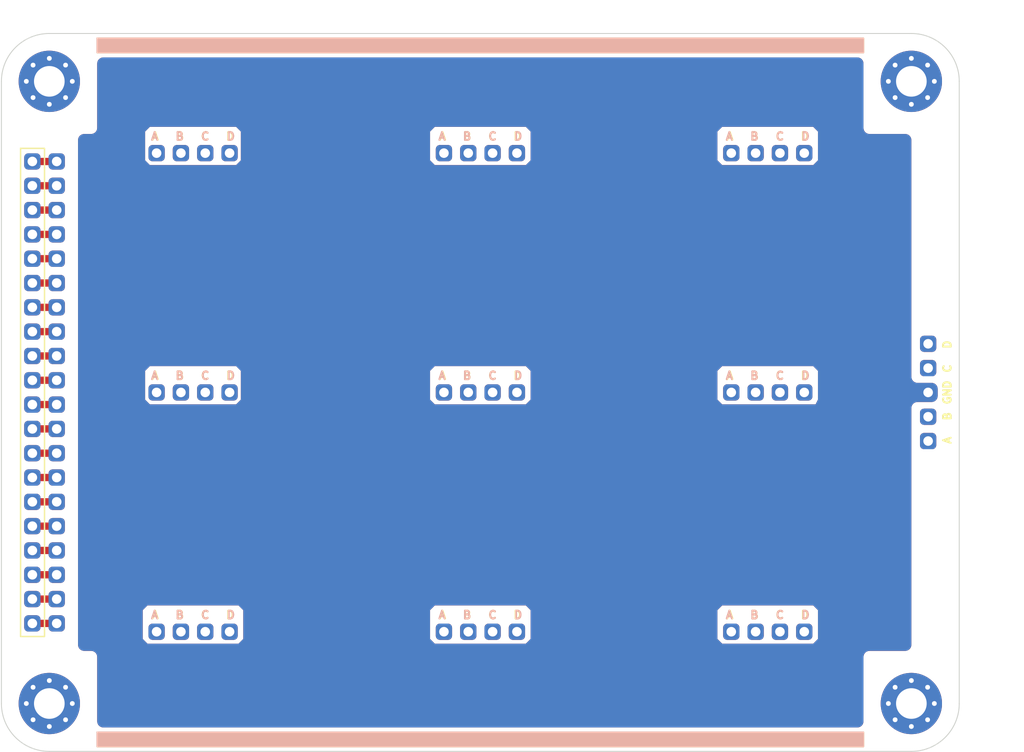
<source format=kicad_pcb>
(kicad_pcb (version 20211014) (generator pcbnew)
  (layers (0 "F.Cu" signal) (1 "In1.Cu" signal) (2 "In2.Cu" signal) (31 "B.Cu" signal) (34 "B.Paste" user) (35 "F.Paste" user) (36 "B.SilkS" user "B.Silkscreen") (37 "F.SilkS" user "F.Silkscreen") (38 "B.Mask" user) (39 "F.Mask" user) (44 "Edge.Cuts" user))
  (net 0 "")
  (net 1 "Net-(J8-Pad1)")
  (net 2 "Net-(J8-Pad2)")
  (net 3 "Net-(J8-Pad3)")
  (net 4 "Net-(J4-Pad4)")
  (net 5 "GND")
  (net 6 "Net-(J11-Pad1)")
  (net 7 "Net-(J11-Pad3)")
  (net 8 "Net-(J11-Pad5)")
  (net 9 "Net-(J11-Pad7)")
  (net 10 "Net-(J11-Pad10)")
  (net 11 "Net-(J11-Pad11)")
  (net 12 "Net-(J11-Pad13)")
  (net 13 "Net-(J11-Pad15)")
  (net 14 "Net-(J11-Pad17)")
  (net 15 "Net-(J11-Pad19)")
  (net 16 "Net-(J11-Pad21)")
  (net 17 "Net-(J11-Pad23)")
  (net 18 "Net-(J11-Pad25)")
  (net 19 "Net-(J11-Pad27)")
  (net 20 "Net-(J11-Pad29)")
  (net 21 "Net-(J11-Pad31)")
  (net 22 "Net-(J11-Pad33)")
  (net 23 "Net-(J11-Pad35)")
  (net 24 "Net-(J11-Pad37)")
  (net 25 "Net-(J11-Pad39)")
  (footprint "MountingHole:MountingHole_3.2mm_M3_Pad_Via" (layer "F.Cu") (at 195 132.5)
    (fp_text reference "H3" hide)
    (fp_text value "MountingHole")
    (pad "1" thru_hole circle locked (at 1.697056 1.697056) (size 0.8 0.8) (drill 0.5) (layers *.Cu *.Mask))
    (pad "1" thru_hole circle locked (at 0 2.4) (size 0.8 0.8) (drill 0.5) (layers *.Cu *.Mask))
    (pad "1" thru_hole circle locked (at 2.4 0) (size 0.8 0.8) (drill 0.5) (layers *.Cu *.Mask))
    (pad "1" thru_hole circle locked (at -1.697056 1.697056) (size 0.8 0.8) (drill 0.5) (layers *.Cu *.Mask))
    (pad "1" thru_hole circle locked (at 0 0) (size 6.4 6.4) (drill 3.2) (layers *.Cu *.Mask))
    (pad "1" thru_hole circle locked (at -2.4 0) (size 0.8 0.8) (drill 0.5) (layers *.Cu *.Mask))
    (pad "1" thru_hole circle locked (at 1.697056 -1.697056) (size 0.8 0.8) (drill 0.5) (layers *.Cu *.Mask))
    (pad "1" thru_hole circle locked (at 0 -2.4) (size 0.8 0.8) (drill 0.5) (layers *.Cu *.Mask))
    (pad "1" thru_hole circle locked (at -1.697056 -1.697056) (size 0.8 0.8) (drill 0.5) (layers *.Cu *.Mask))
  )
  (footprint "Connector_PinHeader_2.54mm:PinHeader_1x04_P2.54mm_Vertical" (layer "F.Cu") (at 176.2 100 90)
    (fp_text reference "J6" hide)
    (fp_text value "IO")
    (pad "1" thru_hole roundrect (at 0 0 90) (size 1.7 1.7) (drill 1) (layers *.Cu *.Mask) (net 1 "Net-(J8-Pad1)"))
    (pad "2" thru_hole roundrect (at 0 2.54 90) (size 1.7 1.7) (drill 1) (layers *.Cu *.Mask) (net 2 "Net-(J8-Pad2)"))
    (pad "3" thru_hole roundrect (at 0 5.08 90) (size 1.7 1.7) (drill 1) (layers *.Cu *.Mask) (net 3 "Net-(J8-Pad3)"))
    (pad "4" thru_hole roundrect (at 0 7.62 90) (size 1.7 1.7) (drill 1) (layers *.Cu *.Mask) (net 4 "Net-(J4-Pad4)"))
  )
  (footprint "MountingHole:MountingHole_3.2mm_M3_Pad_Via" (layer "F.Cu") (at 195 67.5)
    (fp_text reference "H4" hide)
    (fp_text value "MountingHole")
    (pad "1" thru_hole circle locked (at -2.4 0) (size 0.8 0.8) (drill 0.5) (layers *.Cu *.Mask))
    (pad "1" thru_hole circle locked (at 1.697056 1.697056) (size 0.8 0.8) (drill 0.5) (layers *.Cu *.Mask))
    (pad "1" thru_hole circle locked (at 0 -2.4) (size 0.8 0.8) (drill 0.5) (layers *.Cu *.Mask))
    (pad "1" thru_hole circle locked (at 0 2.4) (size 0.8 0.8) (drill 0.5) (layers *.Cu *.Mask))
    (pad "1" thru_hole circle locked (at 2.4 0) (size 0.8 0.8) (drill 0.5) (layers *.Cu *.Mask))
    (pad "1" thru_hole circle locked (at 0 0) (size 6.4 6.4) (drill 3.2) (layers *.Cu *.Mask))
    (pad "1" thru_hole circle locked (at 1.697056 -1.697056) (size 0.8 0.8) (drill 0.5) (layers *.Cu *.Mask))
    (pad "1" thru_hole circle locked (at -1.697056 1.697056) (size 0.8 0.8) (drill 0.5) (layers *.Cu *.Mask))
    (pad "1" thru_hole circle locked (at -1.697056 -1.697056) (size 0.8 0.8) (drill 0.5) (layers *.Cu *.Mask))
  )
  (footprint "Connector_PinHeader_2.54mm:PinHeader_1x04_P2.54mm_Vertical" (layer "F.Cu") (at 116.2 125 90)
    (fp_text reference "J7" hide)
    (fp_text value "IO")
    (pad "1" thru_hole roundrect (at 0 0 90) (size 1.7 1.7) (drill 1) (layers *.Cu *.Mask) (net 1 "Net-(J8-Pad1)"))
    (pad "2" thru_hole roundrect (at 0 2.54 90) (size 1.7 1.7) (drill 1) (layers *.Cu *.Mask) (net 2 "Net-(J8-Pad2)"))
    (pad "3" thru_hole roundrect (at 0 5.08 90) (size 1.7 1.7) (drill 1) (layers *.Cu *.Mask) (net 3 "Net-(J8-Pad3)"))
    (pad "4" thru_hole roundrect (at 0 7.62 90) (size 1.7 1.7) (drill 1) (layers *.Cu *.Mask) (net 4 "Net-(J4-Pad4)"))
  )
  (footprint "Connector_PinHeader_2.54mm:PinHeader_2x20_P2.54mm_Vertical" (layer "F.Cu") (at 103.23 75.87)
    (fp_text reference "J11" hide)
    (fp_text value "IO")
    (pad "1" thru_hole roundrect (at 0 0) (size 1.7 1.7) (drill 1) (layers *.Cu *.Mask) (net 6 "Net-(J11-Pad1)"))
    (pad "2" thru_hole roundrect (at 2.54 0) (size 1.7 1.7) (drill 1) (layers *.Cu *.Mask) (net 6 "Net-(J11-Pad1)"))
    (pad "3" thru_hole roundrect (at 0 2.54) (size 1.7 1.7) (drill 1) (layers *.Cu *.Mask) (net 7 "Net-(J11-Pad3)"))
    (pad "4" thru_hole roundrect (at 2.54 2.54) (size 1.7 1.7) (drill 1) (layers *.Cu *.Mask) (net 7 "Net-(J11-Pad3)"))
    (pad "5" thru_hole roundrect (at 0 5.08) (size 1.7 1.7) (drill 1) (layers *.Cu *.Mask) (net 8 "Net-(J11-Pad5)"))
    (pad "6" thru_hole roundrect (at 2.54 5.08) (size 1.7 1.7) (drill 1) (layers *.Cu *.Mask) (net 8 "Net-(J11-Pad5)"))
    (pad "7" thru_hole roundrect (at 0 7.62) (size 1.7 1.7) (drill 1) (layers *.Cu *.Mask) (net 9 "Net-(J11-Pad7)"))
    (pad "8" thru_hole roundrect (at 2.54 7.62) (size 1.7 1.7) (drill 1) (layers *.Cu *.Mask) (net 9 "Net-(J11-Pad7)"))
    (pad "9" thru_hole roundrect (at 0 10.16) (size 1.7 1.7) (drill 1) (layers *.Cu *.Mask) (net 10 "Net-(J11-Pad10)"))
    (pad "10" thru_hole roundrect (at 2.54 10.16) (size 1.7 1.7) (drill 1) (layers *.Cu *.Mask) (net 10 "Net-(J11-Pad10)"))
    (pad "11" thru_hole roundrect (at 0 12.7) (size 1.7 1.7) (drill 1) (layers *.Cu *.Mask) (net 11 "Net-(J11-Pad11)"))
    (pad "12" thru_hole roundrect (at 2.54 12.7) (size 1.7 1.7) (drill 1) (layers *.Cu *.Mask) (net 11 "Net-(J11-Pad11)"))
    (pad "13" thru_hole roundrect (at 0 15.24) (size 1.7 1.7) (drill 1) (layers *.Cu *.Mask) (net 12 "Net-(J11-Pad13)"))
    (pad "14" thru_hole roundrect (at 2.54 15.24) (size 1.7 1.7) (drill 1) (layers *.Cu *.Mask) (net 12 "Net-(J11-Pad13)"))
    (pad "15" thru_hole roundrect (at 0 17.78) (size 1.7 1.7) (drill 1) (layers *.Cu *.Mask) (net 13 "Net-(J11-Pad15)"))
    (pad "16" thru_hole roundrect (at 2.54 17.78) (size 1.7 1.7) (drill 1) (layers *.Cu *.Mask) (net 13 "Net-(J11-Pad15)"))
    (pad "17" thru_hole roundrect (at 0 20.32) (size 1.7 1.7) (drill 1) (layers *.Cu *.Mask) (net 14 "Net-(J11-Pad17)"))
    (pad "18" thru_hole roundrect (at 2.54 20.32) (size 1.7 1.7) (drill 1) (layers *.Cu *.Mask) (net 14 "Net-(J11-Pad17)"))
    (pad "19" thru_hole roundrect (at 0 22.86) (size 1.7 1.7) (drill 1) (layers *.Cu *.Mask) (net 15 "Net-(J11-Pad19)"))
    (pad "20" thru_hole roundrect (at 2.54 22.86) (size 1.7 1.7) (drill 1) (layers *.Cu *.Mask) (net 15 "Net-(J11-Pad19)"))
    (pad "21" thru_hole roundrect (at 0 25.4) (size 1.7 1.7) (drill 1) (layers *.Cu *.Mask) (net 16 "Net-(J11-Pad21)"))
    (pad "22" thru_hole roundrect (at 2.54 25.4) (size 1.7 1.7) (drill 1) (layers *.Cu *.Mask) (net 16 "Net-(J11-Pad21)"))
    (pad "23" thru_hole roundrect (at 0 27.94) (size 1.7 1.7) (drill 1) (layers *.Cu *.Mask) (net 17 "Net-(J11-Pad23)"))
    (pad "24" thru_hole roundrect (at 2.54 27.94) (size 1.7 1.7) (drill 1) (layers *.Cu *.Mask) (net 17 "Net-(J11-Pad23)"))
    (pad "25" thru_hole roundrect (at 0 30.48) (size 1.7 1.7) (drill 1) (layers *.Cu *.Mask) (net 18 "Net-(J11-Pad25)"))
    (pad "26" thru_hole roundrect (at 2.54 30.48) (size 1.7 1.7) (drill 1) (layers *.Cu *.Mask) (net 18 "Net-(J11-Pad25)"))
    (pad "27" thru_hole roundrect (at 0 33.02) (size 1.7 1.7) (drill 1) (layers *.Cu *.Mask) (net 19 "Net-(J11-Pad27)"))
    (pad "28" thru_hole roundrect (at 2.54 33.02) (size 1.7 1.7) (drill 1) (layers *.Cu *.Mask) (net 19 "Net-(J11-Pad27)"))
    (pad "29" thru_hole roundrect (at 0 35.56) (size 1.7 1.7) (drill 1) (layers *.Cu *.Mask) (net 20 "Net-(J11-Pad29)"))
    (pad "30" thru_hole roundrect (at 2.54 35.56) (size 1.7 1.7) (drill 1) (layers *.Cu *.Mask) (net 20 "Net-(J11-Pad29)"))
    (pad "31" thru_hole roundrect (at 0 38.1) (size 1.7 1.7) (drill 1) (layers *.Cu *.Mask) (net 21 "Net-(J11-Pad31)"))
    (pad "32" thru_hole roundrect (at 2.54 38.1) (size 1.7 1.7) (drill 1) (layers *.Cu *.Mask) (net 21 "Net-(J11-Pad31)"))
    (pad "33" thru_hole roundrect (at 0 40.64) (size 1.7 1.7) (drill 1) (layers *.Cu *.Mask) (net 22 "Net-(J11-Pad33)"))
    (pad "34" thru_hole roundrect (at 2.54 40.64) (size 1.7 1.7) (drill 1) (layers *.Cu *.Mask) (net 22 "Net-(J11-Pad33)"))
    (pad "35" thru_hole roundrect (at 0 43.18) (size 1.7 1.7) (drill 1) (layers *.Cu *.Mask) (net 23 "Net-(J11-Pad35)"))
    (pad "36" thru_hole roundrect (at 2.54 43.18) (size 1.7 1.7) (drill 1) (layers *.Cu *.Mask) (net 23 "Net-(J11-Pad35)"))
    (pad "37" thru_hole roundrect (at 0 45.72) (size 1.7 1.7) (drill 1) (layers *.Cu *.Mask) (net 24 "Net-(J11-Pad37)"))
    (pad "38" thru_hole roundrect (at 2.54 45.72) (size 1.7 1.7) (drill 1) (layers *.Cu *.Mask) (net 24 "Net-(J11-Pad37)"))
    (pad "39" thru_hole roundrect (at 0 48.26) (size 1.7 1.7) (drill 1) (layers *.Cu *.Mask) (net 25 "Net-(J11-Pad39)"))
    (pad "40" thru_hole roundrect (at 2.54 48.26) (size 1.7 1.7) (drill 1) (layers *.Cu *.Mask) (net 25 "Net-(J11-Pad39)"))
  )
  (footprint "Connector_PinHeader_2.54mm:PinHeader_1x04_P2.54mm_Vertical" (layer "F.Cu") (at 116.2 75 90)
    (fp_text reference "J1" hide)
    (fp_text value "IO")
    (pad "1" thru_hole roundrect (at 0 0 90) (size 1.7 1.7) (drill 1) (layers *.Cu *.Mask) (net 1 "Net-(J8-Pad1)"))
    (pad "2" thru_hole roundrect (at 0 2.54 90) (size 1.7 1.7) (drill 1) (layers *.Cu *.Mask) (net 2 "Net-(J8-Pad2)"))
    (pad "3" thru_hole roundrect (at 0 5.08 90) (size 1.7 1.7) (drill 1) (layers *.Cu *.Mask) (net 3 "Net-(J8-Pad3)"))
    (pad "4" thru_hole roundrect (at 0 7.62 90) (size 1.7 1.7) (drill 1) (layers *.Cu *.Mask) (net 4 "Net-(J4-Pad4)"))
  )
  (footprint "Connector_PinHeader_2.54mm:PinHeader_1x04_P2.54mm_Vertical" (layer "F.Cu") (at 146.2 125 90)
    (fp_text reference "J8" hide)
    (fp_text value "IO")
    (pad "1" thru_hole roundrect (at 0 0 90) (size 1.7 1.7) (drill 1) (layers *.Cu *.Mask) (net 1 "Net-(J8-Pad1)"))
    (pad "2" thru_hole roundrect (at 0 2.54 90) (size 1.7 1.7) (drill 1) (layers *.Cu *.Mask) (net 2 "Net-(J8-Pad2)"))
    (pad "3" thru_hole roundrect (at 0 5.08 90) (size 1.7 1.7) (drill 1) (layers *.Cu *.Mask) (net 3 "Net-(J8-Pad3)"))
    (pad "4" thru_hole roundrect (at 0 7.62 90) (size 1.7 1.7) (drill 1) (layers *.Cu *.Mask) (net 4 "Net-(J4-Pad4)"))
  )
  (footprint "Connector_PinHeader_2.54mm:PinHeader_1x04_P2.54mm_Vertical" (layer "F.Cu") (at 176.2 75 90)
    (fp_text reference "J3" hide)
    (fp_text value "IO")
    (pad "1" thru_hole roundrect (at 0 0 90) (size 1.7 1.7) (drill 1) (layers *.Cu *.Mask) (net 1 "Net-(J8-Pad1)"))
    (pad "2" thru_hole roundrect (at 0 2.54 90) (size 1.7 1.7) (drill 1) (layers *.Cu *.Mask) (net 2 "Net-(J8-Pad2)"))
    (pad "3" thru_hole roundrect (at 0 5.08 90) (size 1.7 1.7) (drill 1) (layers *.Cu *.Mask) (net 3 "Net-(J8-Pad3)"))
    (pad "4" thru_hole roundrect (at 0 7.62 90) (size 1.7 1.7) (drill 1) (layers *.Cu *.Mask) (net 4 "Net-(J4-Pad4)"))
  )
  (footprint "Connector_PinHeader_2.54mm:PinHeader_1x04_P2.54mm_Vertical" (layer "F.Cu") (at 116.2 100 90)
    (fp_text reference "J4" hide)
    (fp_text value "IO")
    (pad "1" thru_hole roundrect (at 0 0 90) (size 1.7 1.7) (drill 1) (layers *.Cu *.Mask) (net 1 "Net-(J8-Pad1)"))
    (pad "2" thru_hole roundrect (at 0 2.54 90) (size 1.7 1.7) (drill 1) (layers *.Cu *.Mask) (net 2 "Net-(J8-Pad2)"))
    (pad "3" thru_hole roundrect (at 0 5.08 90) (size 1.7 1.7) (drill 1) (layers *.Cu *.Mask) (net 3 "Net-(J8-Pad3)"))
    (pad "4" thru_hole roundrect (at 0 7.62 90) (size 1.7 1.7) (drill 1) (layers *.Cu *.Mask) (net 4 "Net-(J4-Pad4)"))
  )
  (footprint "Connector_PinHeader_2.54mm:PinHeader_1x04_P2.54mm_Vertical" (layer "F.Cu") (at 176.2 125 90)
    (fp_text reference "J9" hide)
    (fp_text value "IO")
    (pad "1" thru_hole roundrect (at 0 0 90) (size 1.7 1.7) (drill 1) (layers *.Cu *.Mask) (net 1 "Net-(J8-Pad1)"))
    (pad "2" thru_hole roundrect (at 0 2.54 90) (size 1.7 1.7) (drill 1) (layers *.Cu *.Mask) (net 2 "Net-(J8-Pad2)"))
    (pad "3" thru_hole roundrect (at 0 5.08 90) (size 1.7 1.7) (drill 1) (layers *.Cu *.Mask) (net 3 "Net-(J8-Pad3)"))
    (pad "4" thru_hole roundrect (at 0 7.62 90) (size 1.7 1.7) (drill 1) (layers *.Cu *.Mask) (net 4 "Net-(J4-Pad4)"))
  )
  (footprint "Connector_PinHeader_2.54mm:PinHeader_1x05_P2.54mm_Vertical" (layer "F.Cu") (at 196.75 94.92)
    (fp_text reference "J10" hide)
    (fp_text value "IO")
    (pad "1" thru_hole roundrect (at 0 0) (size 1.7 1.7) (drill 1) (layers *.Cu *.Mask) (net 4 "Net-(J4-Pad4)"))
    (pad "2" thru_hole roundrect (at 0 2.54) (size 1.7 1.7) (drill 1) (layers *.Cu *.Mask) (net 3 "Net-(J8-Pad3)"))
    (pad "3" thru_hole roundrect (at 0 5.08) (size 1.7 1.7) (drill 1) (layers *.Cu *.Mask) (net 5 "GND"))
    (pad "4" thru_hole roundrect (at 0 7.62) (size 1.7 1.7) (drill 1) (layers *.Cu *.Mask) (net 2 "Net-(J8-Pad2)"))
    (pad "5" thru_hole roundrect (at 0 10.16) (size 1.7 1.7) (drill 1) (layers *.Cu *.Mask) (net 1 "Net-(J8-Pad1)"))
  )
  (footprint "MountingHole:MountingHole_3.2mm_M3_Pad_Via" (layer "F.Cu") (at 105 67.5)
    (fp_text reference "H2" hide)
    (fp_text value "MountingHole")
    (pad "1" thru_hole circle locked (at 1.697056 -1.697056) (size 0.8 0.8) (drill 0.5) (layers *.Cu *.Mask))
    (pad "1" thru_hole circle locked (at 1.697056 1.697056) (size 0.8 0.8) (drill 0.5) (layers *.Cu *.Mask))
    (pad "1" thru_hole circle locked (at -1.697056 -1.697056) (size 0.8 0.8) (drill 0.5) (layers *.Cu *.Mask))
    (pad "1" thru_hole circle locked (at 0 0) (size 6.4 6.4) (drill 3.2) (layers *.Cu *.Mask))
    (pad "1" thru_hole circle locked (at 0 2.4) (size 0.8 0.8) (drill 0.5) (layers *.Cu *.Mask))
    (pad "1" thru_hole circle locked (at 2.4 0) (size 0.8 0.8) (drill 0.5) (layers *.Cu *.Mask))
    (pad "1" thru_hole circle locked (at -2.4 0) (size 0.8 0.8) (drill 0.5) (layers *.Cu *.Mask))
    (pad "1" thru_hole circle locked (at 0 -2.4) (size 0.8 0.8) (drill 0.5) (layers *.Cu *.Mask))
    (pad "1" thru_hole circle locked (at -1.697056 1.697056) (size 0.8 0.8) (drill 0.5) (layers *.Cu *.Mask))
  )
  (footprint "MountingHole:MountingHole_3.2mm_M3_Pad_Via" (layer "F.Cu") (at 105 132.5)
    (fp_text reference "H1" hide)
    (fp_text value "MountingHole")
    (pad "1" thru_hole circle locked (at -1.697056 1.697056) (size 0.8 0.8) (drill 0.5) (layers *.Cu *.Mask))
    (pad "1" thru_hole circle locked (at 0 2.4) (size 0.8 0.8) (drill 0.5) (layers *.Cu *.Mask))
    (pad "1" thru_hole circle locked (at -1.697056 -1.697056) (size 0.8 0.8) (drill 0.5) (layers *.Cu *.Mask))
    (pad "1" thru_hole circle locked (at -2.4 0) (size 0.8 0.8) (drill 0.5) (layers *.Cu *.Mask))
    (pad "1" thru_hole circle locked (at 1.697056 -1.697056) (size 0.8 0.8) (drill 0.5) (layers *.Cu *.Mask))
    (pad "1" thru_hole circle locked (at 1.697056 1.697056) (size 0.8 0.8) (drill 0.5) (layers *.Cu *.Mask))
    (pad "1" thru_hole circle locked (at 0 0) (size 6.4 6.4) (drill 3.2) (layers *.Cu *.Mask))
    (pad "1" thru_hole circle locked (at 2.4 0) (size 0.8 0.8) (drill 0.5) (layers *.Cu *.Mask))
    (pad "1" thru_hole circle locked (at 0 -2.4) (size 0.8 0.8) (drill 0.5) (layers *.Cu *.Mask))
  )
  (footprint "Connector_PinHeader_2.54mm:PinHeader_1x04_P2.54mm_Vertical" (layer "F.Cu") (at 146.2 100 90)
    (fp_text reference "J5" hide)
    (fp_text value "IO")
    (pad "1" thru_hole roundrect (at 0 0 90) (size 1.7 1.7) (drill 1) (layers *.Cu *.Mask) (net 1 "Net-(J8-Pad1)"))
    (pad "2" thru_hole roundrect (at 0 2.54 90) (size 1.7 1.7) (drill 1) (layers *.Cu *.Mask) (net 2 "Net-(J8-Pad2)"))
    (pad "3" thru_hole roundrect (at 0 5.08 90) (size 1.7 1.7) (drill 1) (layers *.Cu *.Mask) (net 3 "Net-(J8-Pad3)"))
    (pad "4" thru_hole roundrect (at 0 7.62 90) (size 1.7 1.7) (drill 1) (layers *.Cu *.Mask) (net 4 "Net-(J4-Pad4)"))
  )
  (footprint "Connector_PinHeader_2.54mm:PinHeader_1x04_P2.54mm_Vertical" (layer "F.Cu") (at 146.2 75 90)
    (fp_text reference "J2" hide)
    (fp_text value "IO")
    (pad "1" thru_hole roundrect (at 0 0 90) (size 1.7 1.7) (drill 1) (layers *.Cu *.Mask) (net 1 "Net-(J8-Pad1)"))
    (pad "2" thru_hole roundrect (at 0 2.54 90) (size 1.7 1.7) (drill 1) (layers *.Cu *.Mask) (net 2 "Net-(J8-Pad2)"))
    (pad "3" thru_hole roundrect (at 0 5.08 90) (size 1.7 1.7) (drill 1) (layers *.Cu *.Mask) (net 3 "Net-(J8-Pad3)"))
    (pad "4" thru_hole roundrect (at 0 7.62 90) (size 1.7 1.7) (drill 1) (layers *.Cu *.Mask) (net 4 "Net-(J4-Pad4)"))
  )
  (gr_rect (start 110.000009 64.499998) (end 190.000001 63.000001) (layer "B.SilkS") (width 0.15) (fill solid))
  (gr_rect (start 110.000008 136.999997) (end 190 135.5) (layer "B.SilkS") (width 0.15) (fill solid))
  (gr_rect (start 110.000009 63.000001) (end 190.000001 64.499998) (layer "F.SilkS") (width 0.15) (fill solid))
  (gr_rect (start 102 74.5) (end 104.5 125.5) (layer "F.SilkS") (width 0.15) (fill none))
  (gr_rect (start 110 135.5) (end 189.999992 136.999997) (layer "F.SilkS") (width 0.15) (fill solid))
  (gr_line (start 105 62.5) (end 195 62.5) (layer "Edge.Cuts") (width 0.1))
  (gr_line (start 200 67.5) (end 200 132.5) (layer "Edge.Cuts") (width 0.1))
  (gr_arc (start 195 62.5) (mid 198.535534 63.964466) (end 200 67.5) (layer "Edge.Cuts") (width 0.1))
  (gr_arc (start 105 137.5) (mid 101.464466 136.035534) (end 100 132.5) (layer "Edge.Cuts") (width 0.1))
  (gr_arc (start 100 67.5) (mid 101.464466 63.964466) (end 105 62.5) (layer "Edge.Cuts") (width 0.1))
  (gr_arc (start 200 132.5) (mid 198.535534 136.035534) (end 195 137.5) (layer "Edge.Cuts") (width 0.1))
  (gr_line (start 100 132.5) (end 100 67.5) (layer "Edge.Cuts") (width 0.1))
  (gr_line (start 195 137.5) (end 105 137.5) (layer "Edge.Cuts") (width 0.1))
  (gr_text "A   B   C   D" (at 119.999989 73.25) (layer "B.SilkS") (effects (font (size 0.8128 0.8128) (thickness 0.2032))))
  (gr_text "A   B   C   D" (at 120 123.25) (layer "B.SilkS") (effects (font (size 0.8128 0.8128) (thickness 0.2032))))
  (gr_text "A   B   C   D" (at 150 98.25) (layer "B.SilkS") (effects (font (size 0.8128 0.8128) (thickness 0.2032))))
  (gr_text "A   B   C   D" (at 180 73.25) (layer "B.SilkS") (effects (font (size 0.8128 0.8128) (thickness 0.2032))))
  (gr_text "A   B   C   D" (at 150 73.25) (layer "B.SilkS") (effects (font (size 0.8128 0.8128) (thickness 0.2032))))
  (gr_text "A   B   C   D" (at 180 123.25) (layer "B.SilkS") (effects (font (size 0.8128 0.8128) (thickness 0.2032))))
  (gr_text "A   B   C   D" (at 150 123.25) (layer "B.SilkS") (effects (font (size 0.8128 0.8128) (thickness 0.2032))))
  (gr_text "A   B   C   D" (at 120 98.25) (layer "B.SilkS") (effects (font (size 0.8128 0.8128) (thickness 0.2032))))
  (gr_text "A   B   C   D" (at 180 98.25) (layer "B.SilkS") (effects (font (size 0.8128 0.8128) (thickness 0.2032))))
  (gr_text "A   B   C   D" (at 180 123.25) (layer "F.SilkS") (effects (font (size 0.8 0.8) (thickness 0.2))))
  (gr_text "A   B   C   D" (at 150 98.25) (layer "F.SilkS") (effects (font (size 0.8 0.8) (thickness 0.2))))
  (gr_text "C" (at 198.75 97.5 90) (layer "F.SilkS") (effects (font (size 0.8 0.8) (thickness 0.2))))
  (gr_text "A   B   C   D" (at 180 73.25) (layer "F.SilkS") (effects (font (size 0.8 0.8) (thickness 0.2))))
  (gr_text "A   B   C   D" (at 120 73.25) (layer "F.SilkS") (effects (font (size 0.8 0.8) (thickness 0.2))))
  (gr_text "GND" (at 198.75 100 90) (layer "F.SilkS") (effects (font (size 0.8 0.8) (thickness 0.2))))
  (gr_text "A\n" (at 198.75 105.000003 90) (layer "F.SilkS") (effects (font (size 0.8 0.8) (thickness 0.2))))
  (gr_text "D" (at 198.75 94.999988 90) (layer "F.SilkS") (effects (font (size 0.8 0.8) (thickness 0.2))))
  (gr_text "A   B   C   D" (at 150 73.25) (layer "F.SilkS") (effects (font (size 0.8 0.8) (thickness 0.2))))
  (gr_text "A   B   C   D" (at 150 123.25) (layer "F.SilkS") (effects (font (size 0.8 0.8) (thickness 0.2))))
  (gr_text "A   B   C   D" (at 120 123.25) (layer "F.SilkS") (effects (font (size 0.8 0.8) (thickness 0.2))))
  (gr_text "B" (at 198.75 102.5 90) (layer "F.SilkS") (effects (font (size 0.8 0.8) (thickness 0.2))))
  (gr_text "A   B   C   D" (at 180 98.25) (layer "F.SilkS") (effects (font (size 0.8 0.8) (thickness 0.2))))
  (gr_text "A   B   C   D" (at 120 98.25) (layer "F.SilkS") (effects (font (size 0.8 0.8) (thickness 0.2))))
  (segment (start 103.23 75.87) (end 105.77 75.87) (width 0.762) (layer "F.Cu") (net 6))
  (segment (start 105.77 78.41) (end 103.23 78.41) (width 0.762) (layer "F.Cu") (net 7))
  (segment (start 103.23 80.95) (end 105.77 80.95) (width 0.762) (layer "F.Cu") (net 8))
  (segment (start 103.23 83.49) (end 105.77 83.49) (width 0.762) (layer "F.Cu") (net 9))
  (segment (start 105.77 86.03) (end 103.23 86.03) (width 0.762) (layer "F.Cu") (net 10))
  (segment (start 103.23 88.57) (end 105.77 88.57) (width 0.762) (layer "F.Cu") (net 11))
  (segment (start 105.77 91.11) (end 103.23 91.11) (width 0.762) (layer "F.Cu") (net 12))
  (segment (start 103.23 93.65) (end 105.77 93.65) (width 0.762) (layer "F.Cu") (net 13))
  (segment (start 105.77 96.19) (end 103.23 96.19) (width 0.762) (layer "F.Cu") (net 14))
  (segment (start 103.23 98.73) (end 105.77 98.73) (width 0.762) (layer "F.Cu") (net 15))
  (segment (start 105.77 101.27) (end 103.23 101.27) (width 0.762) (layer "F.Cu") (net 16))
  (segment (start 103.23 103.81) (end 105.77 103.81) (width 0.762) (layer "F.Cu") (net 17))
  (segment (start 105.77 106.35) (end 103.23 106.35) (width 0.762) (layer "F.Cu") (net 18))
  (segment (start 103.23 108.89) (end 105.77 108.89) (width 0.762) (layer "F.Cu") (net 19))
  (segment (start 105.77 111.43) (end 103.23 111.43) (width 0.762) (layer "F.Cu") (net 20))
  (segment (start 103.23 113.97) (end 105.77 113.97) (width 0.762) (layer "F.Cu") (net 21))
  (segment (start 105.77 116.51) (end 103.23 116.51) (width 0.762) (layer "F.Cu") (net 22))
  (segment (start 103.23 119.05) (end 105.77 119.05) (width 0.762) (layer "F.Cu") (net 23))
  (segment (start 105.77 121.59) (end 103.23 121.59) (width 0.762) (layer "F.Cu") (net 24))
  (segment (start 103.23 124.13) (end 105.77 124.13) (width 0.762) (layer "F.Cu") (net 25))
  (zone (net 0) (net_name "") (layers F&B.Cu) (connect_pads (clearance 0)) (min_thickness 0.254)
    (keepout (tracks allowed) (vias allowed) (pads allowed) (copperpour not_allowed) (footprints allowed))
    (fill (thermal_gap 0.508) (thermal_bridge_width 0.508))
    (polygon (pts (xy 155.25 100.75) (xy 154.75 101.25) (xy 145.25 101.25) (xy 144.75 100.75) (xy 144.75 97.75) (xy 145.25 97.25) (xy 154.75 97.25) (xy 155.25 97.75)))
  )
  (zone (net 0) (net_name "") (layers F&B.Cu) (connect_pads (clearance 0)) (min_thickness 0.254)
    (keepout (tracks allowed) (vias allowed) (pads allowed) (copperpour not_allowed) (footprints allowed))
    (fill (thermal_gap 0.508) (thermal_bridge_width 0.508))
    (polygon (pts (xy 185.25 100.75) (xy 185 101.25) (xy 175.25 101.25) (xy 174.75 100.75) (xy 174.75 97.75) (xy 175.25 97.25) (xy 184.75 97.25) (xy 185.25 97.75)))
  )
  (zone (net 0) (net_name "") (layers F&B.Cu) (connect_pads (clearance 0)) (min_thickness 0.254)
    (keepout (tracks allowed) (vias allowed) (pads allowed) (copperpour not_allowed) (footprints allowed))
    (fill (thermal_gap 0.508) (thermal_bridge_width 0.508))
    (polygon (pts (xy 185.25 125.75) (xy 184.75 126.25) (xy 175.25 126.25) (xy 174.75 125.75) (xy 174.75 122.75) (xy 175.25 122.25) (xy 184.75 122.25) (xy 185.25 122.75)))
  )
  (zone (net 0) (net_name "") (layers F&B.Cu) (connect_pads (clearance 0)) (min_thickness 0.254)
    (keepout (tracks allowed) (vias allowed) (pads allowed) (copperpour not_allowed) (footprints allowed))
    (fill (thermal_gap 0.508) (thermal_bridge_width 0.508))
    (polygon (pts (xy 155.25 125.75) (xy 154.75 126.25) (xy 145.25 126.25) (xy 144.75 125.75) (xy 144.75 122.75) (xy 145.25 122.25) (xy 154.75 122.25) (xy 155.25 122.75)))
  )
  (zone (net 0) (net_name "") (layers F&B.Cu) (connect_pads (clearance 0)) (min_thickness 0.254)
    (keepout (tracks allowed) (vias allowed) (pads allowed) (copperpour not_allowed) (footprints allowed))
    (fill (thermal_gap 0.508) (thermal_bridge_width 0.508))
    (polygon (pts (xy 125.25 125.75) (xy 124.75 126.25) (xy 115.25 126.25) (xy 114.75 125.75) (xy 114.75 122.75) (xy 115.25 122.25) (xy 124.75 122.25) (xy 125.25 122.75)))
  )
  (zone (net 0) (net_name "") (layers F&B.Cu) (connect_pads (clearance 0)) (min_thickness 0.254)
    (keepout (tracks allowed) (vias allowed) (pads allowed) (copperpour not_allowed) (footprints allowed))
    (fill (thermal_gap 0.508) (thermal_bridge_width 0.508))
    (polygon (pts (xy 185.25 75.75) (xy 184.75 76.25) (xy 175.25 76.25) (xy 174.75 75.75) (xy 174.75 72.75) (xy 175.25 72.25) (xy 184.75 72.25) (xy 185.25 72.75)))
  )
  (zone (net 0) (net_name "") (layers F&B.Cu) (connect_pads (clearance 0)) (min_thickness 0.254)
    (keepout (tracks allowed) (vias allowed) (pads allowed) (copperpour not_allowed) (footprints allowed))
    (fill (thermal_gap 0.508) (thermal_bridge_width 0.508))
    (polygon (pts (xy 125 75.75) (xy 124.5 76.25) (xy 115.5 76.25) (xy 115 75.75) (xy 115 72.75) (xy 115.5 72.25) (xy 124.5 72.25) (xy 125 72.75)))
  )
  (zone (net 5) (net_name "GND") (layers F&B.Cu) (connect_pads yes (clearance 0.127)) (min_thickness 0.127) (fill yes (thermal_gap 0.127) (thermal_bridge_width 0.508) (smoothing fillet) (radius 0.635) (island_removal_mode 1) (island_area_min 0))
    (polygon (pts (xy 190 73) (xy 195 73) (xy 195 99) (xy 197.75 99) (xy 197.75 101) (xy 195 101) (xy 195 127) (xy 190 127) (xy 190 135) (xy 110 135) (xy 110 127) (xy 108 127) (xy 108 73) (xy 110 73) (xy 110 65) (xy 190 65)))
  )
  (zone (net 0) (net_name "") (layers F&B.Cu) (connect_pads (clearance 0)) (min_thickness 0.254)
    (keepout (tracks allowed) (vias allowed) (pads allowed) (copperpour not_allowed) (footprints allowed))
    (fill (thermal_gap 0.508) (thermal_bridge_width 0.508))
    (polygon (pts (xy 155.25 75.75) (xy 154.75 76.25) (xy 145.25 76.25) (xy 144.75 75.75) (xy 144.75 72.75) (xy 145.25 72.25) (xy 154.75 72.25) (xy 155.25 72.75)))
  )
  (zone (net 0) (net_name "") (layers F&B.Cu) (connect_pads (clearance 0)) (min_thickness 0.254)
    (keepout (tracks allowed) (vias allowed) (pads allowed) (copperpour not_allowed) (footprints allowed))
    (fill (thermal_gap 0.508) (thermal_bridge_width 0.508))
    (polygon (pts (xy 125 100.75) (xy 124.5 101.25) (xy 115.5 101.25) (xy 115 100.75) (xy 115 97.75) (xy 115.5 97.25) (xy 124.5 97.25) (xy 125 97.75)))
  )
)
</source>
